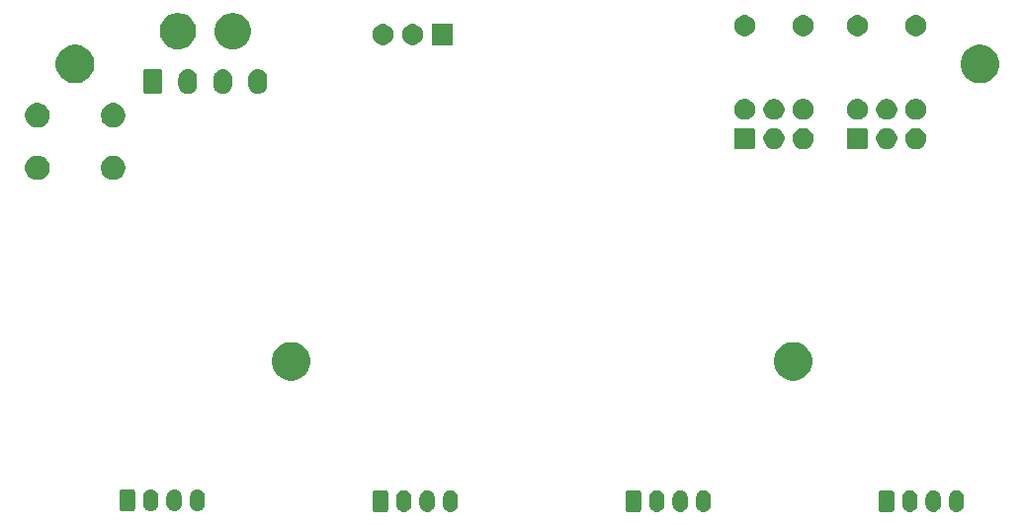
<source format=gbr>
G04 #@! TF.GenerationSoftware,KiCad,Pcbnew,(5.1.5)-3*
G04 #@! TF.CreationDate,2019-12-18T01:06:06+01:00*
G04 #@! TF.ProjectId,CarteMoteur,43617274-654d-46f7-9465-75722e6b6963,rev?*
G04 #@! TF.SameCoordinates,Original*
G04 #@! TF.FileFunction,Soldermask,Bot*
G04 #@! TF.FilePolarity,Negative*
%FSLAX46Y46*%
G04 Gerber Fmt 4.6, Leading zero omitted, Abs format (unit mm)*
G04 Created by KiCad (PCBNEW (5.1.5)-3) date 2019-12-18 01:06:06*
%MOMM*%
%LPD*%
G04 APERTURE LIST*
%ADD10C,0.100000*%
G04 APERTURE END LIST*
D10*
G36*
X168127617Y-69083420D02*
G01*
X168208399Y-69107925D01*
X168250335Y-69120646D01*
X168363424Y-69181094D01*
X168462554Y-69262447D01*
X168543906Y-69361575D01*
X168604354Y-69474664D01*
X168614040Y-69506596D01*
X168641580Y-69597382D01*
X168651000Y-69693027D01*
X168651000Y-70306973D01*
X168641580Y-70402618D01*
X168614040Y-70493404D01*
X168604354Y-70525336D01*
X168543906Y-70638425D01*
X168462554Y-70737554D01*
X168363425Y-70818906D01*
X168250336Y-70879354D01*
X168218404Y-70889040D01*
X168127618Y-70916580D01*
X168000000Y-70929149D01*
X167872383Y-70916580D01*
X167781597Y-70889040D01*
X167749665Y-70879354D01*
X167636576Y-70818906D01*
X167537447Y-70737554D01*
X167456096Y-70638427D01*
X167456095Y-70638425D01*
X167416541Y-70564426D01*
X167395645Y-70525333D01*
X167383237Y-70484427D01*
X167358420Y-70402618D01*
X167349000Y-70306973D01*
X167349000Y-69693028D01*
X167358420Y-69597383D01*
X167395645Y-69474669D01*
X167395646Y-69474665D01*
X167456094Y-69361576D01*
X167537447Y-69262446D01*
X167636575Y-69181094D01*
X167749664Y-69120646D01*
X167791600Y-69107925D01*
X167872382Y-69083420D01*
X168000000Y-69070851D01*
X168127617Y-69083420D01*
G37*
G36*
X166127617Y-69083420D02*
G01*
X166208399Y-69107925D01*
X166250335Y-69120646D01*
X166363424Y-69181094D01*
X166462554Y-69262447D01*
X166543906Y-69361575D01*
X166604354Y-69474664D01*
X166614040Y-69506596D01*
X166641580Y-69597382D01*
X166651000Y-69693027D01*
X166651000Y-70306973D01*
X166641580Y-70402618D01*
X166614040Y-70493404D01*
X166604354Y-70525336D01*
X166543906Y-70638425D01*
X166462554Y-70737554D01*
X166363425Y-70818906D01*
X166250336Y-70879354D01*
X166218404Y-70889040D01*
X166127618Y-70916580D01*
X166000000Y-70929149D01*
X165872383Y-70916580D01*
X165781597Y-70889040D01*
X165749665Y-70879354D01*
X165636576Y-70818906D01*
X165537447Y-70737554D01*
X165456096Y-70638427D01*
X165456095Y-70638425D01*
X165416541Y-70564426D01*
X165395645Y-70525333D01*
X165383237Y-70484427D01*
X165358420Y-70402618D01*
X165349000Y-70306973D01*
X165349000Y-69693028D01*
X165358420Y-69597383D01*
X165395645Y-69474669D01*
X165395646Y-69474665D01*
X165456094Y-69361576D01*
X165537447Y-69262446D01*
X165636575Y-69181094D01*
X165749664Y-69120646D01*
X165791600Y-69107925D01*
X165872382Y-69083420D01*
X166000000Y-69070851D01*
X166127617Y-69083420D01*
G37*
G36*
X164127617Y-69083420D02*
G01*
X164208399Y-69107925D01*
X164250335Y-69120646D01*
X164363424Y-69181094D01*
X164462554Y-69262447D01*
X164543906Y-69361575D01*
X164604354Y-69474664D01*
X164614040Y-69506596D01*
X164641580Y-69597382D01*
X164651000Y-69693027D01*
X164651000Y-70306973D01*
X164641580Y-70402618D01*
X164614040Y-70493404D01*
X164604354Y-70525336D01*
X164543906Y-70638425D01*
X164462554Y-70737554D01*
X164363425Y-70818906D01*
X164250336Y-70879354D01*
X164218404Y-70889040D01*
X164127618Y-70916580D01*
X164000000Y-70929149D01*
X163872383Y-70916580D01*
X163781597Y-70889040D01*
X163749665Y-70879354D01*
X163636576Y-70818906D01*
X163537447Y-70737554D01*
X163456096Y-70638427D01*
X163456095Y-70638425D01*
X163416541Y-70564426D01*
X163395645Y-70525333D01*
X163383237Y-70484427D01*
X163358420Y-70402618D01*
X163349000Y-70306973D01*
X163349000Y-69693028D01*
X163358420Y-69597383D01*
X163395645Y-69474669D01*
X163395646Y-69474665D01*
X163456094Y-69361576D01*
X163537447Y-69262446D01*
X163636575Y-69181094D01*
X163749664Y-69120646D01*
X163791600Y-69107925D01*
X163872382Y-69083420D01*
X164000000Y-69070851D01*
X164127617Y-69083420D01*
G37*
G36*
X146455617Y-69083420D02*
G01*
X146536399Y-69107925D01*
X146578335Y-69120646D01*
X146691424Y-69181094D01*
X146790554Y-69262447D01*
X146871906Y-69361575D01*
X146932354Y-69474664D01*
X146942040Y-69506596D01*
X146969580Y-69597382D01*
X146979000Y-69693027D01*
X146979000Y-70306973D01*
X146969580Y-70402618D01*
X146942040Y-70493404D01*
X146932354Y-70525336D01*
X146871906Y-70638425D01*
X146790554Y-70737554D01*
X146691425Y-70818906D01*
X146578336Y-70879354D01*
X146546404Y-70889040D01*
X146455618Y-70916580D01*
X146328000Y-70929149D01*
X146200383Y-70916580D01*
X146109597Y-70889040D01*
X146077665Y-70879354D01*
X145964576Y-70818906D01*
X145865447Y-70737554D01*
X145784096Y-70638427D01*
X145784095Y-70638425D01*
X145744541Y-70564426D01*
X145723645Y-70525333D01*
X145711237Y-70484427D01*
X145686420Y-70402618D01*
X145677000Y-70306973D01*
X145677000Y-69693028D01*
X145686420Y-69597383D01*
X145723645Y-69474669D01*
X145723646Y-69474665D01*
X145784094Y-69361576D01*
X145865447Y-69262446D01*
X145964575Y-69181094D01*
X146077664Y-69120646D01*
X146119600Y-69107925D01*
X146200382Y-69083420D01*
X146328000Y-69070851D01*
X146455617Y-69083420D01*
G37*
G36*
X144455617Y-69083420D02*
G01*
X144536399Y-69107925D01*
X144578335Y-69120646D01*
X144691424Y-69181094D01*
X144790554Y-69262447D01*
X144871906Y-69361575D01*
X144932354Y-69474664D01*
X144942040Y-69506596D01*
X144969580Y-69597382D01*
X144979000Y-69693027D01*
X144979000Y-70306973D01*
X144969580Y-70402618D01*
X144942040Y-70493404D01*
X144932354Y-70525336D01*
X144871906Y-70638425D01*
X144790554Y-70737554D01*
X144691425Y-70818906D01*
X144578336Y-70879354D01*
X144546404Y-70889040D01*
X144455618Y-70916580D01*
X144328000Y-70929149D01*
X144200383Y-70916580D01*
X144109597Y-70889040D01*
X144077665Y-70879354D01*
X143964576Y-70818906D01*
X143865447Y-70737554D01*
X143784096Y-70638427D01*
X143784095Y-70638425D01*
X143744541Y-70564426D01*
X143723645Y-70525333D01*
X143711237Y-70484427D01*
X143686420Y-70402618D01*
X143677000Y-70306973D01*
X143677000Y-69693028D01*
X143686420Y-69597383D01*
X143723645Y-69474669D01*
X143723646Y-69474665D01*
X143784094Y-69361576D01*
X143865447Y-69262446D01*
X143964575Y-69181094D01*
X144077664Y-69120646D01*
X144119600Y-69107925D01*
X144200382Y-69083420D01*
X144328000Y-69070851D01*
X144455617Y-69083420D01*
G37*
G36*
X142455617Y-69083420D02*
G01*
X142536399Y-69107925D01*
X142578335Y-69120646D01*
X142691424Y-69181094D01*
X142790554Y-69262447D01*
X142871906Y-69361575D01*
X142932354Y-69474664D01*
X142942040Y-69506596D01*
X142969580Y-69597382D01*
X142979000Y-69693027D01*
X142979000Y-70306973D01*
X142969580Y-70402618D01*
X142942040Y-70493404D01*
X142932354Y-70525336D01*
X142871906Y-70638425D01*
X142790554Y-70737554D01*
X142691425Y-70818906D01*
X142578336Y-70879354D01*
X142546404Y-70889040D01*
X142455618Y-70916580D01*
X142328000Y-70929149D01*
X142200383Y-70916580D01*
X142109597Y-70889040D01*
X142077665Y-70879354D01*
X141964576Y-70818906D01*
X141865447Y-70737554D01*
X141784096Y-70638427D01*
X141784095Y-70638425D01*
X141744541Y-70564426D01*
X141723645Y-70525333D01*
X141711237Y-70484427D01*
X141686420Y-70402618D01*
X141677000Y-70306973D01*
X141677000Y-69693028D01*
X141686420Y-69597383D01*
X141723645Y-69474669D01*
X141723646Y-69474665D01*
X141784094Y-69361576D01*
X141865447Y-69262446D01*
X141964575Y-69181094D01*
X142077664Y-69120646D01*
X142119600Y-69107925D01*
X142200382Y-69083420D01*
X142328000Y-69070851D01*
X142455617Y-69083420D01*
G37*
G36*
X124783617Y-69083420D02*
G01*
X124864399Y-69107925D01*
X124906335Y-69120646D01*
X125019424Y-69181094D01*
X125118554Y-69262447D01*
X125199906Y-69361575D01*
X125260354Y-69474664D01*
X125270040Y-69506596D01*
X125297580Y-69597382D01*
X125307000Y-69693027D01*
X125307000Y-70306973D01*
X125297580Y-70402618D01*
X125270040Y-70493404D01*
X125260354Y-70525336D01*
X125199906Y-70638425D01*
X125118554Y-70737554D01*
X125019425Y-70818906D01*
X124906336Y-70879354D01*
X124874404Y-70889040D01*
X124783618Y-70916580D01*
X124656000Y-70929149D01*
X124528383Y-70916580D01*
X124437597Y-70889040D01*
X124405665Y-70879354D01*
X124292576Y-70818906D01*
X124193447Y-70737554D01*
X124112096Y-70638427D01*
X124112095Y-70638425D01*
X124072541Y-70564426D01*
X124051645Y-70525333D01*
X124039237Y-70484427D01*
X124014420Y-70402618D01*
X124005000Y-70306973D01*
X124005000Y-69693028D01*
X124014420Y-69597383D01*
X124051645Y-69474669D01*
X124051646Y-69474665D01*
X124112094Y-69361576D01*
X124193447Y-69262446D01*
X124292575Y-69181094D01*
X124405664Y-69120646D01*
X124447600Y-69107925D01*
X124528382Y-69083420D01*
X124656000Y-69070851D01*
X124783617Y-69083420D01*
G37*
G36*
X122783617Y-69083420D02*
G01*
X122864399Y-69107925D01*
X122906335Y-69120646D01*
X123019424Y-69181094D01*
X123118554Y-69262447D01*
X123199906Y-69361575D01*
X123260354Y-69474664D01*
X123270040Y-69506596D01*
X123297580Y-69597382D01*
X123307000Y-69693027D01*
X123307000Y-70306973D01*
X123297580Y-70402618D01*
X123270040Y-70493404D01*
X123260354Y-70525336D01*
X123199906Y-70638425D01*
X123118554Y-70737554D01*
X123019425Y-70818906D01*
X122906336Y-70879354D01*
X122874404Y-70889040D01*
X122783618Y-70916580D01*
X122656000Y-70929149D01*
X122528383Y-70916580D01*
X122437597Y-70889040D01*
X122405665Y-70879354D01*
X122292576Y-70818906D01*
X122193447Y-70737554D01*
X122112096Y-70638427D01*
X122112095Y-70638425D01*
X122072541Y-70564426D01*
X122051645Y-70525333D01*
X122039237Y-70484427D01*
X122014420Y-70402618D01*
X122005000Y-70306973D01*
X122005000Y-69693028D01*
X122014420Y-69597383D01*
X122051645Y-69474669D01*
X122051646Y-69474665D01*
X122112094Y-69361576D01*
X122193447Y-69262446D01*
X122292575Y-69181094D01*
X122405664Y-69120646D01*
X122447600Y-69107925D01*
X122528382Y-69083420D01*
X122656000Y-69070851D01*
X122783617Y-69083420D01*
G37*
G36*
X120783617Y-69083420D02*
G01*
X120864399Y-69107925D01*
X120906335Y-69120646D01*
X121019424Y-69181094D01*
X121118554Y-69262447D01*
X121199906Y-69361575D01*
X121260354Y-69474664D01*
X121270040Y-69506596D01*
X121297580Y-69597382D01*
X121307000Y-69693027D01*
X121307000Y-70306973D01*
X121297580Y-70402618D01*
X121270040Y-70493404D01*
X121260354Y-70525336D01*
X121199906Y-70638425D01*
X121118554Y-70737554D01*
X121019425Y-70818906D01*
X120906336Y-70879354D01*
X120874404Y-70889040D01*
X120783618Y-70916580D01*
X120656000Y-70929149D01*
X120528383Y-70916580D01*
X120437597Y-70889040D01*
X120405665Y-70879354D01*
X120292576Y-70818906D01*
X120193447Y-70737554D01*
X120112096Y-70638427D01*
X120112095Y-70638425D01*
X120072541Y-70564426D01*
X120051645Y-70525333D01*
X120039237Y-70484427D01*
X120014420Y-70402618D01*
X120005000Y-70306973D01*
X120005000Y-69693028D01*
X120014420Y-69597383D01*
X120051645Y-69474669D01*
X120051646Y-69474665D01*
X120112094Y-69361576D01*
X120193447Y-69262446D01*
X120292575Y-69181094D01*
X120405664Y-69120646D01*
X120447600Y-69107925D01*
X120528382Y-69083420D01*
X120656000Y-69070851D01*
X120783617Y-69083420D01*
G37*
G36*
X119147242Y-69078404D02*
G01*
X119184337Y-69089657D01*
X119218515Y-69107925D01*
X119248481Y-69132519D01*
X119273075Y-69162485D01*
X119291343Y-69196663D01*
X119302596Y-69233758D01*
X119307000Y-69278474D01*
X119307000Y-70721526D01*
X119302596Y-70766242D01*
X119291343Y-70803337D01*
X119273075Y-70837515D01*
X119248481Y-70867481D01*
X119218515Y-70892075D01*
X119184337Y-70910343D01*
X119147242Y-70921596D01*
X119102526Y-70926000D01*
X118209474Y-70926000D01*
X118164758Y-70921596D01*
X118127663Y-70910343D01*
X118093485Y-70892075D01*
X118063519Y-70867481D01*
X118038925Y-70837515D01*
X118020657Y-70803337D01*
X118009404Y-70766242D01*
X118005000Y-70721526D01*
X118005000Y-69278474D01*
X118009404Y-69233758D01*
X118020657Y-69196663D01*
X118038925Y-69162485D01*
X118063519Y-69132519D01*
X118093485Y-69107925D01*
X118127663Y-69089657D01*
X118164758Y-69078404D01*
X118209474Y-69074000D01*
X119102526Y-69074000D01*
X119147242Y-69078404D01*
G37*
G36*
X140819242Y-69078404D02*
G01*
X140856337Y-69089657D01*
X140890515Y-69107925D01*
X140920481Y-69132519D01*
X140945075Y-69162485D01*
X140963343Y-69196663D01*
X140974596Y-69233758D01*
X140979000Y-69278474D01*
X140979000Y-70721526D01*
X140974596Y-70766242D01*
X140963343Y-70803337D01*
X140945075Y-70837515D01*
X140920481Y-70867481D01*
X140890515Y-70892075D01*
X140856337Y-70910343D01*
X140819242Y-70921596D01*
X140774526Y-70926000D01*
X139881474Y-70926000D01*
X139836758Y-70921596D01*
X139799663Y-70910343D01*
X139765485Y-70892075D01*
X139735519Y-70867481D01*
X139710925Y-70837515D01*
X139692657Y-70803337D01*
X139681404Y-70766242D01*
X139677000Y-70721526D01*
X139677000Y-69278474D01*
X139681404Y-69233758D01*
X139692657Y-69196663D01*
X139710925Y-69162485D01*
X139735519Y-69132519D01*
X139765485Y-69107925D01*
X139799663Y-69089657D01*
X139836758Y-69078404D01*
X139881474Y-69074000D01*
X140774526Y-69074000D01*
X140819242Y-69078404D01*
G37*
G36*
X162491242Y-69078404D02*
G01*
X162528337Y-69089657D01*
X162562515Y-69107925D01*
X162592481Y-69132519D01*
X162617075Y-69162485D01*
X162635343Y-69196663D01*
X162646596Y-69233758D01*
X162651000Y-69278474D01*
X162651000Y-70721526D01*
X162646596Y-70766242D01*
X162635343Y-70803337D01*
X162617075Y-70837515D01*
X162592481Y-70867481D01*
X162562515Y-70892075D01*
X162528337Y-70910343D01*
X162491242Y-70921596D01*
X162446526Y-70926000D01*
X161553474Y-70926000D01*
X161508758Y-70921596D01*
X161471663Y-70910343D01*
X161437485Y-70892075D01*
X161407519Y-70867481D01*
X161382925Y-70837515D01*
X161364657Y-70803337D01*
X161353404Y-70766242D01*
X161349000Y-70721526D01*
X161349000Y-69278474D01*
X161353404Y-69233758D01*
X161364657Y-69196663D01*
X161382925Y-69162485D01*
X161407519Y-69132519D01*
X161437485Y-69107925D01*
X161471663Y-69089657D01*
X161508758Y-69078404D01*
X161553474Y-69074000D01*
X162446526Y-69074000D01*
X162491242Y-69078404D01*
G37*
G36*
X103111617Y-69009420D02*
G01*
X103192399Y-69033925D01*
X103234335Y-69046646D01*
X103347424Y-69107094D01*
X103446554Y-69188447D01*
X103527906Y-69287575D01*
X103588354Y-69400664D01*
X103598040Y-69432596D01*
X103625580Y-69523382D01*
X103625580Y-69523384D01*
X103632869Y-69597385D01*
X103635000Y-69619027D01*
X103635000Y-70232973D01*
X103625580Y-70328618D01*
X103603133Y-70402616D01*
X103588354Y-70451336D01*
X103527906Y-70564425D01*
X103446554Y-70663554D01*
X103347425Y-70744906D01*
X103234336Y-70805354D01*
X103202404Y-70815040D01*
X103111618Y-70842580D01*
X102984000Y-70855149D01*
X102856383Y-70842580D01*
X102765597Y-70815040D01*
X102733665Y-70805354D01*
X102620576Y-70744906D01*
X102521447Y-70663554D01*
X102440096Y-70564427D01*
X102440095Y-70564425D01*
X102379647Y-70451336D01*
X102379645Y-70451333D01*
X102364867Y-70402616D01*
X102342420Y-70328618D01*
X102333000Y-70232973D01*
X102333000Y-69619028D01*
X102342420Y-69523383D01*
X102379645Y-69400669D01*
X102379646Y-69400665D01*
X102440094Y-69287576D01*
X102521447Y-69188446D01*
X102620575Y-69107094D01*
X102733664Y-69046646D01*
X102775600Y-69033925D01*
X102856382Y-69009420D01*
X102984000Y-68996851D01*
X103111617Y-69009420D01*
G37*
G36*
X101111617Y-69009420D02*
G01*
X101192399Y-69033925D01*
X101234335Y-69046646D01*
X101347424Y-69107094D01*
X101446554Y-69188447D01*
X101527906Y-69287575D01*
X101588354Y-69400664D01*
X101598040Y-69432596D01*
X101625580Y-69523382D01*
X101625580Y-69523384D01*
X101632869Y-69597385D01*
X101635000Y-69619027D01*
X101635000Y-70232973D01*
X101625580Y-70328618D01*
X101603133Y-70402616D01*
X101588354Y-70451336D01*
X101527906Y-70564425D01*
X101446554Y-70663554D01*
X101347425Y-70744906D01*
X101234336Y-70805354D01*
X101202404Y-70815040D01*
X101111618Y-70842580D01*
X100984000Y-70855149D01*
X100856383Y-70842580D01*
X100765597Y-70815040D01*
X100733665Y-70805354D01*
X100620576Y-70744906D01*
X100521447Y-70663554D01*
X100440096Y-70564427D01*
X100440095Y-70564425D01*
X100379647Y-70451336D01*
X100379645Y-70451333D01*
X100364867Y-70402616D01*
X100342420Y-70328618D01*
X100333000Y-70232973D01*
X100333000Y-69619028D01*
X100342420Y-69523383D01*
X100379645Y-69400669D01*
X100379646Y-69400665D01*
X100440094Y-69287576D01*
X100521447Y-69188446D01*
X100620575Y-69107094D01*
X100733664Y-69046646D01*
X100775600Y-69033925D01*
X100856382Y-69009420D01*
X100984000Y-68996851D01*
X101111617Y-69009420D01*
G37*
G36*
X99111617Y-69009420D02*
G01*
X99192399Y-69033925D01*
X99234335Y-69046646D01*
X99347424Y-69107094D01*
X99446554Y-69188447D01*
X99527906Y-69287575D01*
X99588354Y-69400664D01*
X99598040Y-69432596D01*
X99625580Y-69523382D01*
X99625580Y-69523384D01*
X99632869Y-69597385D01*
X99635000Y-69619027D01*
X99635000Y-70232973D01*
X99625580Y-70328618D01*
X99603133Y-70402616D01*
X99588354Y-70451336D01*
X99527906Y-70564425D01*
X99446554Y-70663554D01*
X99347425Y-70744906D01*
X99234336Y-70805354D01*
X99202404Y-70815040D01*
X99111618Y-70842580D01*
X98984000Y-70855149D01*
X98856383Y-70842580D01*
X98765597Y-70815040D01*
X98733665Y-70805354D01*
X98620576Y-70744906D01*
X98521447Y-70663554D01*
X98440096Y-70564427D01*
X98440095Y-70564425D01*
X98379647Y-70451336D01*
X98379645Y-70451333D01*
X98364867Y-70402616D01*
X98342420Y-70328618D01*
X98333000Y-70232973D01*
X98333000Y-69619028D01*
X98342420Y-69523383D01*
X98379645Y-69400669D01*
X98379646Y-69400665D01*
X98440094Y-69287576D01*
X98521447Y-69188446D01*
X98620575Y-69107094D01*
X98733664Y-69046646D01*
X98775600Y-69033925D01*
X98856382Y-69009420D01*
X98984000Y-68996851D01*
X99111617Y-69009420D01*
G37*
G36*
X97475242Y-69004404D02*
G01*
X97512337Y-69015657D01*
X97546515Y-69033925D01*
X97576481Y-69058519D01*
X97601075Y-69088485D01*
X97619343Y-69122663D01*
X97630596Y-69159758D01*
X97635000Y-69204474D01*
X97635000Y-70647526D01*
X97630596Y-70692242D01*
X97619343Y-70729337D01*
X97601075Y-70763515D01*
X97576481Y-70793481D01*
X97546515Y-70818075D01*
X97512337Y-70836343D01*
X97475242Y-70847596D01*
X97430526Y-70852000D01*
X96537474Y-70852000D01*
X96492758Y-70847596D01*
X96455663Y-70836343D01*
X96421485Y-70818075D01*
X96391519Y-70793481D01*
X96366925Y-70763515D01*
X96348657Y-70729337D01*
X96337404Y-70692242D01*
X96333000Y-70647526D01*
X96333000Y-69204474D01*
X96337404Y-69159758D01*
X96348657Y-69122663D01*
X96366925Y-69088485D01*
X96391519Y-69058519D01*
X96421485Y-69033925D01*
X96455663Y-69015657D01*
X96492758Y-69004404D01*
X96537474Y-69000000D01*
X97430526Y-69000000D01*
X97475242Y-69004404D01*
G37*
G36*
X154375256Y-56391298D02*
G01*
X154481579Y-56412447D01*
X154782042Y-56536903D01*
X155052451Y-56717585D01*
X155282415Y-56947549D01*
X155463097Y-57217958D01*
X155587553Y-57518421D01*
X155651000Y-57837391D01*
X155651000Y-58162609D01*
X155587553Y-58481579D01*
X155463097Y-58782042D01*
X155282415Y-59052451D01*
X155052451Y-59282415D01*
X154782042Y-59463097D01*
X154481579Y-59587553D01*
X154375256Y-59608702D01*
X154162611Y-59651000D01*
X153837389Y-59651000D01*
X153624744Y-59608702D01*
X153518421Y-59587553D01*
X153217958Y-59463097D01*
X152947549Y-59282415D01*
X152717585Y-59052451D01*
X152536903Y-58782042D01*
X152412447Y-58481579D01*
X152349000Y-58162609D01*
X152349000Y-57837391D01*
X152412447Y-57518421D01*
X152536903Y-57217958D01*
X152717585Y-56947549D01*
X152947549Y-56717585D01*
X153217958Y-56536903D01*
X153518421Y-56412447D01*
X153624744Y-56391298D01*
X153837389Y-56349000D01*
X154162611Y-56349000D01*
X154375256Y-56391298D01*
G37*
G36*
X111375256Y-56391298D02*
G01*
X111481579Y-56412447D01*
X111782042Y-56536903D01*
X112052451Y-56717585D01*
X112282415Y-56947549D01*
X112463097Y-57217958D01*
X112587553Y-57518421D01*
X112651000Y-57837391D01*
X112651000Y-58162609D01*
X112587553Y-58481579D01*
X112463097Y-58782042D01*
X112282415Y-59052451D01*
X112052451Y-59282415D01*
X111782042Y-59463097D01*
X111481579Y-59587553D01*
X111375256Y-59608702D01*
X111162611Y-59651000D01*
X110837389Y-59651000D01*
X110624744Y-59608702D01*
X110518421Y-59587553D01*
X110217958Y-59463097D01*
X109947549Y-59282415D01*
X109717585Y-59052451D01*
X109536903Y-58782042D01*
X109412447Y-58481579D01*
X109349000Y-58162609D01*
X109349000Y-57837391D01*
X109412447Y-57518421D01*
X109536903Y-57217958D01*
X109717585Y-56947549D01*
X109947549Y-56717585D01*
X110217958Y-56536903D01*
X110518421Y-56412447D01*
X110624744Y-56391298D01*
X110837389Y-56349000D01*
X111162611Y-56349000D01*
X111375256Y-56391298D01*
G37*
G36*
X96064564Y-40391389D02*
G01*
X96255833Y-40470615D01*
X96255835Y-40470616D01*
X96427973Y-40585635D01*
X96574365Y-40732027D01*
X96689385Y-40904167D01*
X96768611Y-41095436D01*
X96809000Y-41298484D01*
X96809000Y-41505516D01*
X96768611Y-41708564D01*
X96689385Y-41899833D01*
X96689384Y-41899835D01*
X96574365Y-42071973D01*
X96427973Y-42218365D01*
X96255835Y-42333384D01*
X96255834Y-42333385D01*
X96255833Y-42333385D01*
X96064564Y-42412611D01*
X95861516Y-42453000D01*
X95654484Y-42453000D01*
X95451436Y-42412611D01*
X95260167Y-42333385D01*
X95260166Y-42333385D01*
X95260165Y-42333384D01*
X95088027Y-42218365D01*
X94941635Y-42071973D01*
X94826616Y-41899835D01*
X94826615Y-41899833D01*
X94747389Y-41708564D01*
X94707000Y-41505516D01*
X94707000Y-41298484D01*
X94747389Y-41095436D01*
X94826615Y-40904167D01*
X94941635Y-40732027D01*
X95088027Y-40585635D01*
X95260165Y-40470616D01*
X95260167Y-40470615D01*
X95451436Y-40391389D01*
X95654484Y-40351000D01*
X95861516Y-40351000D01*
X96064564Y-40391389D01*
G37*
G36*
X89564564Y-40391389D02*
G01*
X89755833Y-40470615D01*
X89755835Y-40470616D01*
X89927973Y-40585635D01*
X90074365Y-40732027D01*
X90189385Y-40904167D01*
X90268611Y-41095436D01*
X90309000Y-41298484D01*
X90309000Y-41505516D01*
X90268611Y-41708564D01*
X90189385Y-41899833D01*
X90189384Y-41899835D01*
X90074365Y-42071973D01*
X89927973Y-42218365D01*
X89755835Y-42333384D01*
X89755834Y-42333385D01*
X89755833Y-42333385D01*
X89564564Y-42412611D01*
X89361516Y-42453000D01*
X89154484Y-42453000D01*
X88951436Y-42412611D01*
X88760167Y-42333385D01*
X88760166Y-42333385D01*
X88760165Y-42333384D01*
X88588027Y-42218365D01*
X88441635Y-42071973D01*
X88326616Y-41899835D01*
X88326615Y-41899833D01*
X88247389Y-41708564D01*
X88207000Y-41505516D01*
X88207000Y-41298484D01*
X88247389Y-41095436D01*
X88326615Y-40904167D01*
X88441635Y-40732027D01*
X88588027Y-40585635D01*
X88760165Y-40470616D01*
X88760167Y-40470615D01*
X88951436Y-40391389D01*
X89154484Y-40351000D01*
X89361516Y-40351000D01*
X89564564Y-40391389D01*
G37*
G36*
X154968796Y-37992989D02*
G01*
X155122812Y-38023624D01*
X155286784Y-38091544D01*
X155434354Y-38190147D01*
X155559853Y-38315646D01*
X155658456Y-38463216D01*
X155726376Y-38627188D01*
X155761000Y-38801259D01*
X155761000Y-38978741D01*
X155726376Y-39152812D01*
X155658456Y-39316784D01*
X155559853Y-39464354D01*
X155434354Y-39589853D01*
X155286784Y-39688456D01*
X155122812Y-39756376D01*
X154974341Y-39785908D01*
X154948742Y-39791000D01*
X154771258Y-39791000D01*
X154745659Y-39785908D01*
X154597188Y-39756376D01*
X154433216Y-39688456D01*
X154285646Y-39589853D01*
X154160147Y-39464354D01*
X154061544Y-39316784D01*
X153993624Y-39152812D01*
X153959000Y-38978741D01*
X153959000Y-38801259D01*
X153993624Y-38627188D01*
X154061544Y-38463216D01*
X154160147Y-38315646D01*
X154285646Y-38190147D01*
X154433216Y-38091544D01*
X154597188Y-38023624D01*
X154751204Y-37992989D01*
X154771258Y-37989000D01*
X154948742Y-37989000D01*
X154968796Y-37992989D01*
G37*
G36*
X152468796Y-37992989D02*
G01*
X152622812Y-38023624D01*
X152786784Y-38091544D01*
X152934354Y-38190147D01*
X153059853Y-38315646D01*
X153158456Y-38463216D01*
X153226376Y-38627188D01*
X153261000Y-38801259D01*
X153261000Y-38978741D01*
X153226376Y-39152812D01*
X153158456Y-39316784D01*
X153059853Y-39464354D01*
X152934354Y-39589853D01*
X152786784Y-39688456D01*
X152622812Y-39756376D01*
X152474341Y-39785908D01*
X152448742Y-39791000D01*
X152271258Y-39791000D01*
X152245659Y-39785908D01*
X152097188Y-39756376D01*
X151933216Y-39688456D01*
X151785646Y-39589853D01*
X151660147Y-39464354D01*
X151561544Y-39316784D01*
X151493624Y-39152812D01*
X151459000Y-38978741D01*
X151459000Y-38801259D01*
X151493624Y-38627188D01*
X151561544Y-38463216D01*
X151660147Y-38315646D01*
X151785646Y-38190147D01*
X151933216Y-38091544D01*
X152097188Y-38023624D01*
X152251204Y-37992989D01*
X152271258Y-37989000D01*
X152448742Y-37989000D01*
X152468796Y-37992989D01*
G37*
G36*
X160270600Y-37992989D02*
G01*
X160303652Y-38003015D01*
X160334103Y-38019292D01*
X160360799Y-38041201D01*
X160382708Y-38067897D01*
X160398985Y-38098348D01*
X160409011Y-38131400D01*
X160413000Y-38171903D01*
X160413000Y-39608097D01*
X160409011Y-39648600D01*
X160398985Y-39681652D01*
X160382708Y-39712103D01*
X160360799Y-39738799D01*
X160334103Y-39760708D01*
X160303652Y-39776985D01*
X160270600Y-39787011D01*
X160230097Y-39791000D01*
X158793903Y-39791000D01*
X158753400Y-39787011D01*
X158720348Y-39776985D01*
X158689897Y-39760708D01*
X158663201Y-39738799D01*
X158641292Y-39712103D01*
X158625015Y-39681652D01*
X158614989Y-39648600D01*
X158611000Y-39608097D01*
X158611000Y-38171903D01*
X158614989Y-38131400D01*
X158625015Y-38098348D01*
X158641292Y-38067897D01*
X158663201Y-38041201D01*
X158689897Y-38019292D01*
X158720348Y-38003015D01*
X158753400Y-37992989D01*
X158793903Y-37989000D01*
X160230097Y-37989000D01*
X160270600Y-37992989D01*
G37*
G36*
X150618600Y-37992989D02*
G01*
X150651652Y-38003015D01*
X150682103Y-38019292D01*
X150708799Y-38041201D01*
X150730708Y-38067897D01*
X150746985Y-38098348D01*
X150757011Y-38131400D01*
X150761000Y-38171903D01*
X150761000Y-39608097D01*
X150757011Y-39648600D01*
X150746985Y-39681652D01*
X150730708Y-39712103D01*
X150708799Y-39738799D01*
X150682103Y-39760708D01*
X150651652Y-39776985D01*
X150618600Y-39787011D01*
X150578097Y-39791000D01*
X149141903Y-39791000D01*
X149101400Y-39787011D01*
X149068348Y-39776985D01*
X149037897Y-39760708D01*
X149011201Y-39738799D01*
X148989292Y-39712103D01*
X148973015Y-39681652D01*
X148962989Y-39648600D01*
X148959000Y-39608097D01*
X148959000Y-38171903D01*
X148962989Y-38131400D01*
X148973015Y-38098348D01*
X148989292Y-38067897D01*
X149011201Y-38041201D01*
X149037897Y-38019292D01*
X149068348Y-38003015D01*
X149101400Y-37992989D01*
X149141903Y-37989000D01*
X150578097Y-37989000D01*
X150618600Y-37992989D01*
G37*
G36*
X164620796Y-37992989D02*
G01*
X164774812Y-38023624D01*
X164938784Y-38091544D01*
X165086354Y-38190147D01*
X165211853Y-38315646D01*
X165310456Y-38463216D01*
X165378376Y-38627188D01*
X165413000Y-38801259D01*
X165413000Y-38978741D01*
X165378376Y-39152812D01*
X165310456Y-39316784D01*
X165211853Y-39464354D01*
X165086354Y-39589853D01*
X164938784Y-39688456D01*
X164774812Y-39756376D01*
X164626341Y-39785908D01*
X164600742Y-39791000D01*
X164423258Y-39791000D01*
X164397659Y-39785908D01*
X164249188Y-39756376D01*
X164085216Y-39688456D01*
X163937646Y-39589853D01*
X163812147Y-39464354D01*
X163713544Y-39316784D01*
X163645624Y-39152812D01*
X163611000Y-38978741D01*
X163611000Y-38801259D01*
X163645624Y-38627188D01*
X163713544Y-38463216D01*
X163812147Y-38315646D01*
X163937646Y-38190147D01*
X164085216Y-38091544D01*
X164249188Y-38023624D01*
X164403204Y-37992989D01*
X164423258Y-37989000D01*
X164600742Y-37989000D01*
X164620796Y-37992989D01*
G37*
G36*
X162120796Y-37992989D02*
G01*
X162274812Y-38023624D01*
X162438784Y-38091544D01*
X162586354Y-38190147D01*
X162711853Y-38315646D01*
X162810456Y-38463216D01*
X162878376Y-38627188D01*
X162913000Y-38801259D01*
X162913000Y-38978741D01*
X162878376Y-39152812D01*
X162810456Y-39316784D01*
X162711853Y-39464354D01*
X162586354Y-39589853D01*
X162438784Y-39688456D01*
X162274812Y-39756376D01*
X162126341Y-39785908D01*
X162100742Y-39791000D01*
X161923258Y-39791000D01*
X161897659Y-39785908D01*
X161749188Y-39756376D01*
X161585216Y-39688456D01*
X161437646Y-39589853D01*
X161312147Y-39464354D01*
X161213544Y-39316784D01*
X161145624Y-39152812D01*
X161111000Y-38978741D01*
X161111000Y-38801259D01*
X161145624Y-38627188D01*
X161213544Y-38463216D01*
X161312147Y-38315646D01*
X161437646Y-38190147D01*
X161585216Y-38091544D01*
X161749188Y-38023624D01*
X161903204Y-37992989D01*
X161923258Y-37989000D01*
X162100742Y-37989000D01*
X162120796Y-37992989D01*
G37*
G36*
X96064564Y-35891389D02*
G01*
X96237970Y-35963216D01*
X96255835Y-35970616D01*
X96427973Y-36085635D01*
X96574365Y-36232027D01*
X96689385Y-36404167D01*
X96768611Y-36595436D01*
X96809000Y-36798484D01*
X96809000Y-37005516D01*
X96768611Y-37208564D01*
X96734465Y-37291000D01*
X96689384Y-37399835D01*
X96574365Y-37571973D01*
X96427973Y-37718365D01*
X96255835Y-37833384D01*
X96255834Y-37833385D01*
X96255833Y-37833385D01*
X96064564Y-37912611D01*
X95861516Y-37953000D01*
X95654484Y-37953000D01*
X95451436Y-37912611D01*
X95260167Y-37833385D01*
X95260166Y-37833385D01*
X95260165Y-37833384D01*
X95088027Y-37718365D01*
X94941635Y-37571973D01*
X94826616Y-37399835D01*
X94781535Y-37291000D01*
X94747389Y-37208564D01*
X94707000Y-37005516D01*
X94707000Y-36798484D01*
X94747389Y-36595436D01*
X94826615Y-36404167D01*
X94941635Y-36232027D01*
X95088027Y-36085635D01*
X95260165Y-35970616D01*
X95278030Y-35963216D01*
X95451436Y-35891389D01*
X95654484Y-35851000D01*
X95861516Y-35851000D01*
X96064564Y-35891389D01*
G37*
G36*
X89564564Y-35891389D02*
G01*
X89737970Y-35963216D01*
X89755835Y-35970616D01*
X89927973Y-36085635D01*
X90074365Y-36232027D01*
X90189385Y-36404167D01*
X90268611Y-36595436D01*
X90309000Y-36798484D01*
X90309000Y-37005516D01*
X90268611Y-37208564D01*
X90234465Y-37291000D01*
X90189384Y-37399835D01*
X90074365Y-37571973D01*
X89927973Y-37718365D01*
X89755835Y-37833384D01*
X89755834Y-37833385D01*
X89755833Y-37833385D01*
X89564564Y-37912611D01*
X89361516Y-37953000D01*
X89154484Y-37953000D01*
X88951436Y-37912611D01*
X88760167Y-37833385D01*
X88760166Y-37833385D01*
X88760165Y-37833384D01*
X88588027Y-37718365D01*
X88441635Y-37571973D01*
X88326616Y-37399835D01*
X88281535Y-37291000D01*
X88247389Y-37208564D01*
X88207000Y-37005516D01*
X88207000Y-36798484D01*
X88247389Y-36595436D01*
X88326615Y-36404167D01*
X88441635Y-36232027D01*
X88588027Y-36085635D01*
X88760165Y-35970616D01*
X88778030Y-35963216D01*
X88951436Y-35891389D01*
X89154484Y-35851000D01*
X89361516Y-35851000D01*
X89564564Y-35891389D01*
G37*
G36*
X159625512Y-35493927D02*
G01*
X159774812Y-35523624D01*
X159938784Y-35591544D01*
X160086354Y-35690147D01*
X160211853Y-35815646D01*
X160310456Y-35963216D01*
X160378376Y-36127188D01*
X160413000Y-36301259D01*
X160413000Y-36478741D01*
X160378376Y-36652812D01*
X160310456Y-36816784D01*
X160211853Y-36964354D01*
X160086354Y-37089853D01*
X159938784Y-37188456D01*
X159774812Y-37256376D01*
X159625512Y-37286073D01*
X159600742Y-37291000D01*
X159423258Y-37291000D01*
X159398488Y-37286073D01*
X159249188Y-37256376D01*
X159085216Y-37188456D01*
X158937646Y-37089853D01*
X158812147Y-36964354D01*
X158713544Y-36816784D01*
X158645624Y-36652812D01*
X158611000Y-36478741D01*
X158611000Y-36301259D01*
X158645624Y-36127188D01*
X158713544Y-35963216D01*
X158812147Y-35815646D01*
X158937646Y-35690147D01*
X159085216Y-35591544D01*
X159249188Y-35523624D01*
X159398488Y-35493927D01*
X159423258Y-35489000D01*
X159600742Y-35489000D01*
X159625512Y-35493927D01*
G37*
G36*
X152473512Y-35493927D02*
G01*
X152622812Y-35523624D01*
X152786784Y-35591544D01*
X152934354Y-35690147D01*
X153059853Y-35815646D01*
X153158456Y-35963216D01*
X153226376Y-36127188D01*
X153261000Y-36301259D01*
X153261000Y-36478741D01*
X153226376Y-36652812D01*
X153158456Y-36816784D01*
X153059853Y-36964354D01*
X152934354Y-37089853D01*
X152786784Y-37188456D01*
X152622812Y-37256376D01*
X152473512Y-37286073D01*
X152448742Y-37291000D01*
X152271258Y-37291000D01*
X152246488Y-37286073D01*
X152097188Y-37256376D01*
X151933216Y-37188456D01*
X151785646Y-37089853D01*
X151660147Y-36964354D01*
X151561544Y-36816784D01*
X151493624Y-36652812D01*
X151459000Y-36478741D01*
X151459000Y-36301259D01*
X151493624Y-36127188D01*
X151561544Y-35963216D01*
X151660147Y-35815646D01*
X151785646Y-35690147D01*
X151933216Y-35591544D01*
X152097188Y-35523624D01*
X152246488Y-35493927D01*
X152271258Y-35489000D01*
X152448742Y-35489000D01*
X152473512Y-35493927D01*
G37*
G36*
X149973512Y-35493927D02*
G01*
X150122812Y-35523624D01*
X150286784Y-35591544D01*
X150434354Y-35690147D01*
X150559853Y-35815646D01*
X150658456Y-35963216D01*
X150726376Y-36127188D01*
X150761000Y-36301259D01*
X150761000Y-36478741D01*
X150726376Y-36652812D01*
X150658456Y-36816784D01*
X150559853Y-36964354D01*
X150434354Y-37089853D01*
X150286784Y-37188456D01*
X150122812Y-37256376D01*
X149973512Y-37286073D01*
X149948742Y-37291000D01*
X149771258Y-37291000D01*
X149746488Y-37286073D01*
X149597188Y-37256376D01*
X149433216Y-37188456D01*
X149285646Y-37089853D01*
X149160147Y-36964354D01*
X149061544Y-36816784D01*
X148993624Y-36652812D01*
X148959000Y-36478741D01*
X148959000Y-36301259D01*
X148993624Y-36127188D01*
X149061544Y-35963216D01*
X149160147Y-35815646D01*
X149285646Y-35690147D01*
X149433216Y-35591544D01*
X149597188Y-35523624D01*
X149746488Y-35493927D01*
X149771258Y-35489000D01*
X149948742Y-35489000D01*
X149973512Y-35493927D01*
G37*
G36*
X164625512Y-35493927D02*
G01*
X164774812Y-35523624D01*
X164938784Y-35591544D01*
X165086354Y-35690147D01*
X165211853Y-35815646D01*
X165310456Y-35963216D01*
X165378376Y-36127188D01*
X165413000Y-36301259D01*
X165413000Y-36478741D01*
X165378376Y-36652812D01*
X165310456Y-36816784D01*
X165211853Y-36964354D01*
X165086354Y-37089853D01*
X164938784Y-37188456D01*
X164774812Y-37256376D01*
X164625512Y-37286073D01*
X164600742Y-37291000D01*
X164423258Y-37291000D01*
X164398488Y-37286073D01*
X164249188Y-37256376D01*
X164085216Y-37188456D01*
X163937646Y-37089853D01*
X163812147Y-36964354D01*
X163713544Y-36816784D01*
X163645624Y-36652812D01*
X163611000Y-36478741D01*
X163611000Y-36301259D01*
X163645624Y-36127188D01*
X163713544Y-35963216D01*
X163812147Y-35815646D01*
X163937646Y-35690147D01*
X164085216Y-35591544D01*
X164249188Y-35523624D01*
X164398488Y-35493927D01*
X164423258Y-35489000D01*
X164600742Y-35489000D01*
X164625512Y-35493927D01*
G37*
G36*
X162125512Y-35493927D02*
G01*
X162274812Y-35523624D01*
X162438784Y-35591544D01*
X162586354Y-35690147D01*
X162711853Y-35815646D01*
X162810456Y-35963216D01*
X162878376Y-36127188D01*
X162913000Y-36301259D01*
X162913000Y-36478741D01*
X162878376Y-36652812D01*
X162810456Y-36816784D01*
X162711853Y-36964354D01*
X162586354Y-37089853D01*
X162438784Y-37188456D01*
X162274812Y-37256376D01*
X162125512Y-37286073D01*
X162100742Y-37291000D01*
X161923258Y-37291000D01*
X161898488Y-37286073D01*
X161749188Y-37256376D01*
X161585216Y-37188456D01*
X161437646Y-37089853D01*
X161312147Y-36964354D01*
X161213544Y-36816784D01*
X161145624Y-36652812D01*
X161111000Y-36478741D01*
X161111000Y-36301259D01*
X161145624Y-36127188D01*
X161213544Y-35963216D01*
X161312147Y-35815646D01*
X161437646Y-35690147D01*
X161585216Y-35591544D01*
X161749188Y-35523624D01*
X161898488Y-35493927D01*
X161923258Y-35489000D01*
X162100742Y-35489000D01*
X162125512Y-35493927D01*
G37*
G36*
X154973512Y-35493927D02*
G01*
X155122812Y-35523624D01*
X155286784Y-35591544D01*
X155434354Y-35690147D01*
X155559853Y-35815646D01*
X155658456Y-35963216D01*
X155726376Y-36127188D01*
X155761000Y-36301259D01*
X155761000Y-36478741D01*
X155726376Y-36652812D01*
X155658456Y-36816784D01*
X155559853Y-36964354D01*
X155434354Y-37089853D01*
X155286784Y-37188456D01*
X155122812Y-37256376D01*
X154973512Y-37286073D01*
X154948742Y-37291000D01*
X154771258Y-37291000D01*
X154746488Y-37286073D01*
X154597188Y-37256376D01*
X154433216Y-37188456D01*
X154285646Y-37089853D01*
X154160147Y-36964354D01*
X154061544Y-36816784D01*
X153993624Y-36652812D01*
X153959000Y-36478741D01*
X153959000Y-36301259D01*
X153993624Y-36127188D01*
X154061544Y-35963216D01*
X154160147Y-35815646D01*
X154285646Y-35690147D01*
X154433216Y-35591544D01*
X154597188Y-35523624D01*
X154746488Y-35493927D01*
X154771258Y-35489000D01*
X154948742Y-35489000D01*
X154973512Y-35493927D01*
G37*
G36*
X108307022Y-32950590D02*
G01*
X108372511Y-32970456D01*
X108458012Y-32996392D01*
X108563193Y-33052613D01*
X108597164Y-33070771D01*
X108719133Y-33170867D01*
X108810370Y-33282040D01*
X108819229Y-33292835D01*
X108893608Y-33431987D01*
X108908875Y-33482318D01*
X108939410Y-33582977D01*
X108951000Y-33700655D01*
X108951000Y-34299345D01*
X108939410Y-34417023D01*
X108908875Y-34517682D01*
X108893608Y-34568013D01*
X108819229Y-34707165D01*
X108719133Y-34829133D01*
X108597165Y-34929229D01*
X108458013Y-35003608D01*
X108407682Y-35018875D01*
X108307023Y-35049410D01*
X108150000Y-35064875D01*
X107992978Y-35049410D01*
X107892319Y-35018875D01*
X107841988Y-35003608D01*
X107702836Y-34929229D01*
X107580868Y-34829133D01*
X107552035Y-34794000D01*
X107480772Y-34707165D01*
X107406392Y-34568013D01*
X107391125Y-34517682D01*
X107360590Y-34417023D01*
X107349000Y-34299345D01*
X107349000Y-33700656D01*
X107360590Y-33582978D01*
X107406392Y-33431989D01*
X107406392Y-33431988D01*
X107480771Y-33292836D01*
X107489631Y-33282040D01*
X107580867Y-33170867D01*
X107702835Y-33070771D01*
X107736806Y-33052613D01*
X107841987Y-32996392D01*
X107927488Y-32970456D01*
X107992977Y-32950590D01*
X108150000Y-32935125D01*
X108307022Y-32950590D01*
G37*
G36*
X105307022Y-32950590D02*
G01*
X105372511Y-32970456D01*
X105458012Y-32996392D01*
X105563193Y-33052613D01*
X105597164Y-33070771D01*
X105719133Y-33170867D01*
X105810370Y-33282040D01*
X105819229Y-33292835D01*
X105893608Y-33431987D01*
X105908875Y-33482318D01*
X105939410Y-33582977D01*
X105951000Y-33700655D01*
X105951000Y-34299345D01*
X105939410Y-34417023D01*
X105908875Y-34517682D01*
X105893608Y-34568013D01*
X105819229Y-34707165D01*
X105719133Y-34829133D01*
X105597165Y-34929229D01*
X105458013Y-35003608D01*
X105407682Y-35018875D01*
X105307023Y-35049410D01*
X105150000Y-35064875D01*
X104992978Y-35049410D01*
X104892319Y-35018875D01*
X104841988Y-35003608D01*
X104702836Y-34929229D01*
X104580868Y-34829133D01*
X104552035Y-34794000D01*
X104480772Y-34707165D01*
X104406392Y-34568013D01*
X104391125Y-34517682D01*
X104360590Y-34417023D01*
X104349000Y-34299345D01*
X104349000Y-33700656D01*
X104360590Y-33582978D01*
X104406392Y-33431989D01*
X104406392Y-33431988D01*
X104480771Y-33292836D01*
X104489631Y-33282040D01*
X104580867Y-33170867D01*
X104702835Y-33070771D01*
X104736806Y-33052613D01*
X104841987Y-32996392D01*
X104927488Y-32970456D01*
X104992977Y-32950590D01*
X105150000Y-32935125D01*
X105307022Y-32950590D01*
G37*
G36*
X102307022Y-32950590D02*
G01*
X102372511Y-32970456D01*
X102458012Y-32996392D01*
X102563193Y-33052613D01*
X102597164Y-33070771D01*
X102719133Y-33170867D01*
X102810370Y-33282040D01*
X102819229Y-33292835D01*
X102893608Y-33431987D01*
X102908875Y-33482318D01*
X102939410Y-33582977D01*
X102951000Y-33700655D01*
X102951000Y-34299345D01*
X102939410Y-34417023D01*
X102908875Y-34517682D01*
X102893608Y-34568013D01*
X102819229Y-34707165D01*
X102719133Y-34829133D01*
X102597165Y-34929229D01*
X102458013Y-35003608D01*
X102407682Y-35018875D01*
X102307023Y-35049410D01*
X102150000Y-35064875D01*
X101992978Y-35049410D01*
X101892319Y-35018875D01*
X101841988Y-35003608D01*
X101702836Y-34929229D01*
X101580868Y-34829133D01*
X101552035Y-34794000D01*
X101480772Y-34707165D01*
X101406392Y-34568013D01*
X101391125Y-34517682D01*
X101360590Y-34417023D01*
X101349000Y-34299345D01*
X101349000Y-33700656D01*
X101360590Y-33582978D01*
X101406392Y-33431989D01*
X101406392Y-33431988D01*
X101480771Y-33292836D01*
X101489631Y-33282040D01*
X101580867Y-33170867D01*
X101702835Y-33070771D01*
X101736806Y-33052613D01*
X101841987Y-32996392D01*
X101927488Y-32970456D01*
X101992977Y-32950590D01*
X102150000Y-32935125D01*
X102307022Y-32950590D01*
G37*
G36*
X99803048Y-32943122D02*
G01*
X99837387Y-32953539D01*
X99869036Y-32970456D01*
X99896778Y-32993222D01*
X99919544Y-33020964D01*
X99936461Y-33052613D01*
X99946878Y-33086952D01*
X99951000Y-33128807D01*
X99951000Y-34871193D01*
X99946878Y-34913048D01*
X99936461Y-34947387D01*
X99919544Y-34979036D01*
X99896778Y-35006778D01*
X99869036Y-35029544D01*
X99837387Y-35046461D01*
X99803048Y-35056878D01*
X99761193Y-35061000D01*
X98538807Y-35061000D01*
X98496952Y-35056878D01*
X98462613Y-35046461D01*
X98430964Y-35029544D01*
X98403222Y-35006778D01*
X98380456Y-34979036D01*
X98363539Y-34947387D01*
X98353122Y-34913048D01*
X98349000Y-34871193D01*
X98349000Y-33128807D01*
X98353122Y-33086952D01*
X98363539Y-33052613D01*
X98380456Y-33020964D01*
X98403222Y-32993222D01*
X98430964Y-32970456D01*
X98462613Y-32953539D01*
X98496952Y-32943122D01*
X98538807Y-32939000D01*
X99761193Y-32939000D01*
X99803048Y-32943122D01*
G37*
G36*
X170375256Y-30891298D02*
G01*
X170481579Y-30912447D01*
X170782042Y-31036903D01*
X171052451Y-31217585D01*
X171282415Y-31447549D01*
X171463097Y-31717958D01*
X171587553Y-32018421D01*
X171651000Y-32337391D01*
X171651000Y-32662609D01*
X171587553Y-32981579D01*
X171463097Y-33282042D01*
X171282415Y-33552451D01*
X171052451Y-33782415D01*
X170782042Y-33963097D01*
X170481579Y-34087553D01*
X170375256Y-34108702D01*
X170162611Y-34151000D01*
X169837389Y-34151000D01*
X169624744Y-34108702D01*
X169518421Y-34087553D01*
X169217958Y-33963097D01*
X168947549Y-33782415D01*
X168717585Y-33552451D01*
X168536903Y-33282042D01*
X168412447Y-32981579D01*
X168349000Y-32662609D01*
X168349000Y-32337391D01*
X168412447Y-32018421D01*
X168536903Y-31717958D01*
X168717585Y-31447549D01*
X168947549Y-31217585D01*
X169217958Y-31036903D01*
X169518421Y-30912447D01*
X169624744Y-30891298D01*
X169837389Y-30849000D01*
X170162611Y-30849000D01*
X170375256Y-30891298D01*
G37*
G36*
X92875256Y-30891298D02*
G01*
X92981579Y-30912447D01*
X93282042Y-31036903D01*
X93552451Y-31217585D01*
X93782415Y-31447549D01*
X93963097Y-31717958D01*
X94087553Y-32018421D01*
X94151000Y-32337391D01*
X94151000Y-32662609D01*
X94087553Y-32981579D01*
X93963097Y-33282042D01*
X93782415Y-33552451D01*
X93552451Y-33782415D01*
X93282042Y-33963097D01*
X92981579Y-34087553D01*
X92875256Y-34108702D01*
X92662611Y-34151000D01*
X92337389Y-34151000D01*
X92124744Y-34108702D01*
X92018421Y-34087553D01*
X91717958Y-33963097D01*
X91447549Y-33782415D01*
X91217585Y-33552451D01*
X91036903Y-33282042D01*
X90912447Y-32981579D01*
X90849000Y-32662609D01*
X90849000Y-32337391D01*
X90912447Y-32018421D01*
X91036903Y-31717958D01*
X91217585Y-31447549D01*
X91447549Y-31217585D01*
X91717958Y-31036903D01*
X92018421Y-30912447D01*
X92124744Y-30891298D01*
X92337389Y-30849000D01*
X92662611Y-30849000D01*
X92875256Y-30891298D01*
G37*
G36*
X106302585Y-28158802D02*
G01*
X106452410Y-28188604D01*
X106734674Y-28305521D01*
X106988705Y-28475259D01*
X107204741Y-28691295D01*
X107374479Y-28945326D01*
X107491396Y-29227590D01*
X107491396Y-29227591D01*
X107551000Y-29527239D01*
X107551000Y-29832761D01*
X107535665Y-29909853D01*
X107491396Y-30132410D01*
X107374479Y-30414674D01*
X107204741Y-30668705D01*
X106988705Y-30884741D01*
X106734674Y-31054479D01*
X106452410Y-31171396D01*
X106302585Y-31201198D01*
X106152761Y-31231000D01*
X105847239Y-31231000D01*
X105697415Y-31201198D01*
X105547590Y-31171396D01*
X105265326Y-31054479D01*
X105011295Y-30884741D01*
X104795259Y-30668705D01*
X104625521Y-30414674D01*
X104508604Y-30132410D01*
X104464335Y-29909853D01*
X104449000Y-29832761D01*
X104449000Y-29527239D01*
X104508604Y-29227591D01*
X104508604Y-29227590D01*
X104625521Y-28945326D01*
X104795259Y-28691295D01*
X105011295Y-28475259D01*
X105265326Y-28305521D01*
X105547590Y-28188604D01*
X105697415Y-28158802D01*
X105847239Y-28129000D01*
X106152761Y-28129000D01*
X106302585Y-28158802D01*
G37*
G36*
X101602585Y-28158802D02*
G01*
X101752410Y-28188604D01*
X102034674Y-28305521D01*
X102288705Y-28475259D01*
X102504741Y-28691295D01*
X102674479Y-28945326D01*
X102791396Y-29227590D01*
X102791396Y-29227591D01*
X102851000Y-29527239D01*
X102851000Y-29832761D01*
X102835665Y-29909853D01*
X102791396Y-30132410D01*
X102674479Y-30414674D01*
X102504741Y-30668705D01*
X102288705Y-30884741D01*
X102034674Y-31054479D01*
X101752410Y-31171396D01*
X101602585Y-31201198D01*
X101452761Y-31231000D01*
X101147239Y-31231000D01*
X100997415Y-31201198D01*
X100847590Y-31171396D01*
X100565326Y-31054479D01*
X100311295Y-30884741D01*
X100095259Y-30668705D01*
X99925521Y-30414674D01*
X99808604Y-30132410D01*
X99764335Y-29909853D01*
X99749000Y-29832761D01*
X99749000Y-29527239D01*
X99808604Y-29227591D01*
X99808604Y-29227590D01*
X99925521Y-28945326D01*
X100095259Y-28691295D01*
X100311295Y-28475259D01*
X100565326Y-28305521D01*
X100847590Y-28188604D01*
X100997415Y-28158802D01*
X101147239Y-28129000D01*
X101452761Y-28129000D01*
X101602585Y-28158802D01*
G37*
G36*
X121525512Y-29075927D02*
G01*
X121674812Y-29105624D01*
X121838784Y-29173544D01*
X121986354Y-29272147D01*
X122111853Y-29397646D01*
X122210456Y-29545216D01*
X122278376Y-29709188D01*
X122313000Y-29883259D01*
X122313000Y-30060741D01*
X122278376Y-30234812D01*
X122210456Y-30398784D01*
X122111853Y-30546354D01*
X121986354Y-30671853D01*
X121838784Y-30770456D01*
X121674812Y-30838376D01*
X121525512Y-30868073D01*
X121500742Y-30873000D01*
X121323258Y-30873000D01*
X121298488Y-30868073D01*
X121149188Y-30838376D01*
X120985216Y-30770456D01*
X120837646Y-30671853D01*
X120712147Y-30546354D01*
X120613544Y-30398784D01*
X120545624Y-30234812D01*
X120511000Y-30060741D01*
X120511000Y-29883259D01*
X120545624Y-29709188D01*
X120613544Y-29545216D01*
X120712147Y-29397646D01*
X120837646Y-29272147D01*
X120985216Y-29173544D01*
X121149188Y-29105624D01*
X121298488Y-29075927D01*
X121323258Y-29071000D01*
X121500742Y-29071000D01*
X121525512Y-29075927D01*
G37*
G36*
X124853000Y-30873000D02*
G01*
X123051000Y-30873000D01*
X123051000Y-29071000D01*
X124853000Y-29071000D01*
X124853000Y-30873000D01*
G37*
G36*
X118985512Y-29075927D02*
G01*
X119134812Y-29105624D01*
X119298784Y-29173544D01*
X119446354Y-29272147D01*
X119571853Y-29397646D01*
X119670456Y-29545216D01*
X119738376Y-29709188D01*
X119773000Y-29883259D01*
X119773000Y-30060741D01*
X119738376Y-30234812D01*
X119670456Y-30398784D01*
X119571853Y-30546354D01*
X119446354Y-30671853D01*
X119298784Y-30770456D01*
X119134812Y-30838376D01*
X118985512Y-30868073D01*
X118960742Y-30873000D01*
X118783258Y-30873000D01*
X118758488Y-30868073D01*
X118609188Y-30838376D01*
X118445216Y-30770456D01*
X118297646Y-30671853D01*
X118172147Y-30546354D01*
X118073544Y-30398784D01*
X118005624Y-30234812D01*
X117971000Y-30060741D01*
X117971000Y-29883259D01*
X118005624Y-29709188D01*
X118073544Y-29545216D01*
X118172147Y-29397646D01*
X118297646Y-29272147D01*
X118445216Y-29173544D01*
X118609188Y-29105624D01*
X118758488Y-29075927D01*
X118783258Y-29071000D01*
X118960742Y-29071000D01*
X118985512Y-29075927D01*
G37*
G36*
X159625512Y-28313927D02*
G01*
X159774812Y-28343624D01*
X159938784Y-28411544D01*
X160086354Y-28510147D01*
X160211853Y-28635646D01*
X160310456Y-28783216D01*
X160378376Y-28947188D01*
X160413000Y-29121259D01*
X160413000Y-29298741D01*
X160378376Y-29472812D01*
X160310456Y-29636784D01*
X160211853Y-29784354D01*
X160086354Y-29909853D01*
X159938784Y-30008456D01*
X159774812Y-30076376D01*
X159625512Y-30106073D01*
X159600742Y-30111000D01*
X159423258Y-30111000D01*
X159398488Y-30106073D01*
X159249188Y-30076376D01*
X159085216Y-30008456D01*
X158937646Y-29909853D01*
X158812147Y-29784354D01*
X158713544Y-29636784D01*
X158645624Y-29472812D01*
X158611000Y-29298741D01*
X158611000Y-29121259D01*
X158645624Y-28947188D01*
X158713544Y-28783216D01*
X158812147Y-28635646D01*
X158937646Y-28510147D01*
X159085216Y-28411544D01*
X159249188Y-28343624D01*
X159398488Y-28313927D01*
X159423258Y-28309000D01*
X159600742Y-28309000D01*
X159625512Y-28313927D01*
G37*
G36*
X164625512Y-28313927D02*
G01*
X164774812Y-28343624D01*
X164938784Y-28411544D01*
X165086354Y-28510147D01*
X165211853Y-28635646D01*
X165310456Y-28783216D01*
X165378376Y-28947188D01*
X165413000Y-29121259D01*
X165413000Y-29298741D01*
X165378376Y-29472812D01*
X165310456Y-29636784D01*
X165211853Y-29784354D01*
X165086354Y-29909853D01*
X164938784Y-30008456D01*
X164774812Y-30076376D01*
X164625512Y-30106073D01*
X164600742Y-30111000D01*
X164423258Y-30111000D01*
X164398488Y-30106073D01*
X164249188Y-30076376D01*
X164085216Y-30008456D01*
X163937646Y-29909853D01*
X163812147Y-29784354D01*
X163713544Y-29636784D01*
X163645624Y-29472812D01*
X163611000Y-29298741D01*
X163611000Y-29121259D01*
X163645624Y-28947188D01*
X163713544Y-28783216D01*
X163812147Y-28635646D01*
X163937646Y-28510147D01*
X164085216Y-28411544D01*
X164249188Y-28343624D01*
X164398488Y-28313927D01*
X164423258Y-28309000D01*
X164600742Y-28309000D01*
X164625512Y-28313927D01*
G37*
G36*
X154973512Y-28313927D02*
G01*
X155122812Y-28343624D01*
X155286784Y-28411544D01*
X155434354Y-28510147D01*
X155559853Y-28635646D01*
X155658456Y-28783216D01*
X155726376Y-28947188D01*
X155761000Y-29121259D01*
X155761000Y-29298741D01*
X155726376Y-29472812D01*
X155658456Y-29636784D01*
X155559853Y-29784354D01*
X155434354Y-29909853D01*
X155286784Y-30008456D01*
X155122812Y-30076376D01*
X154973512Y-30106073D01*
X154948742Y-30111000D01*
X154771258Y-30111000D01*
X154746488Y-30106073D01*
X154597188Y-30076376D01*
X154433216Y-30008456D01*
X154285646Y-29909853D01*
X154160147Y-29784354D01*
X154061544Y-29636784D01*
X153993624Y-29472812D01*
X153959000Y-29298741D01*
X153959000Y-29121259D01*
X153993624Y-28947188D01*
X154061544Y-28783216D01*
X154160147Y-28635646D01*
X154285646Y-28510147D01*
X154433216Y-28411544D01*
X154597188Y-28343624D01*
X154746488Y-28313927D01*
X154771258Y-28309000D01*
X154948742Y-28309000D01*
X154973512Y-28313927D01*
G37*
G36*
X149973512Y-28313927D02*
G01*
X150122812Y-28343624D01*
X150286784Y-28411544D01*
X150434354Y-28510147D01*
X150559853Y-28635646D01*
X150658456Y-28783216D01*
X150726376Y-28947188D01*
X150761000Y-29121259D01*
X150761000Y-29298741D01*
X150726376Y-29472812D01*
X150658456Y-29636784D01*
X150559853Y-29784354D01*
X150434354Y-29909853D01*
X150286784Y-30008456D01*
X150122812Y-30076376D01*
X149973512Y-30106073D01*
X149948742Y-30111000D01*
X149771258Y-30111000D01*
X149746488Y-30106073D01*
X149597188Y-30076376D01*
X149433216Y-30008456D01*
X149285646Y-29909853D01*
X149160147Y-29784354D01*
X149061544Y-29636784D01*
X148993624Y-29472812D01*
X148959000Y-29298741D01*
X148959000Y-29121259D01*
X148993624Y-28947188D01*
X149061544Y-28783216D01*
X149160147Y-28635646D01*
X149285646Y-28510147D01*
X149433216Y-28411544D01*
X149597188Y-28343624D01*
X149746488Y-28313927D01*
X149771258Y-28309000D01*
X149948742Y-28309000D01*
X149973512Y-28313927D01*
G37*
M02*

</source>
